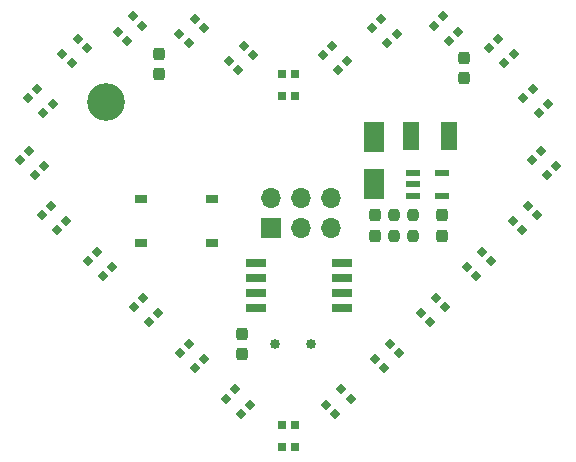
<source format=gts>
G04 #@! TF.GenerationSoftware,KiCad,Pcbnew,(6.0.7)*
G04 #@! TF.CreationDate,2023-02-05T15:19:58+01:00*
G04 #@! TF.ProjectId,heart,68656172-742e-46b6-9963-61645f706362,v1.0.0*
G04 #@! TF.SameCoordinates,Original*
G04 #@! TF.FileFunction,Soldermask,Top*
G04 #@! TF.FilePolarity,Negative*
%FSLAX46Y46*%
G04 Gerber Fmt 4.6, Leading zero omitted, Abs format (unit mm)*
G04 Created by KiCad (PCBNEW (6.0.7)) date 2023-02-05 15:19:58*
%MOMM*%
%LPD*%
G01*
G04 APERTURE LIST*
G04 Aperture macros list*
%AMRoundRect*
0 Rectangle with rounded corners*
0 $1 Rounding radius*
0 $2 $3 $4 $5 $6 $7 $8 $9 X,Y pos of 4 corners*
0 Add a 4 corners polygon primitive as box body*
4,1,4,$2,$3,$4,$5,$6,$7,$8,$9,$2,$3,0*
0 Add four circle primitives for the rounded corners*
1,1,$1+$1,$2,$3*
1,1,$1+$1,$4,$5*
1,1,$1+$1,$6,$7*
1,1,$1+$1,$8,$9*
0 Add four rect primitives between the rounded corners*
20,1,$1+$1,$2,$3,$4,$5,0*
20,1,$1+$1,$4,$5,$6,$7,0*
20,1,$1+$1,$6,$7,$8,$9,0*
20,1,$1+$1,$8,$9,$2,$3,0*%
%AMRotRect*
0 Rectangle, with rotation*
0 The origin of the aperture is its center*
0 $1 length*
0 $2 width*
0 $3 Rotation angle, in degrees counterclockwise*
0 Add horizontal line*
21,1,$1,$2,0,0,$3*%
G04 Aperture macros list end*
%ADD10RoundRect,0.076500X-0.508500X0.178500X-0.508500X-0.178500X0.508500X-0.178500X0.508500X0.178500X0*%
%ADD11R,1.000000X0.750000*%
%ADD12R,1.800000X2.500000*%
%ADD13RoundRect,0.237500X-0.237500X0.300000X-0.237500X-0.300000X0.237500X-0.300000X0.237500X0.300000X0*%
%ADD14R,1.400000X2.400000*%
%ADD15RotRect,0.700000X0.700000X315.000000*%
%ADD16RotRect,0.700000X0.700000X135.000000*%
%ADD17RotRect,0.700000X0.700000X45.000000*%
%ADD18RotRect,0.700000X0.700000X225.000000*%
%ADD19R,1.700000X0.650000*%
%ADD20C,3.200000*%
%ADD21R,0.700000X0.700000*%
%ADD22RoundRect,0.237500X-0.237500X0.250000X-0.237500X-0.250000X0.237500X-0.250000X0.237500X0.250000X0*%
%ADD23R,1.700000X1.700000*%
%ADD24O,1.700000X1.700000*%
%ADD25C,0.850000*%
G04 APERTURE END LIST*
D10*
X137050000Y-81650000D03*
X139550000Y-83550000D03*
X137050000Y-82600000D03*
X137050000Y-83550000D03*
X139550000Y-81650000D03*
D11*
X114070000Y-83805000D03*
X120070000Y-83805000D03*
X114070000Y-87555000D03*
X120070000Y-87555000D03*
D12*
X133800000Y-82600000D03*
X133800000Y-78600000D03*
D13*
X133900000Y-85237500D03*
X133900000Y-86962500D03*
D14*
X140100000Y-78500000D03*
X136900000Y-78500000D03*
D15*
X134401348Y-68568433D03*
X133623531Y-69346250D03*
D16*
X134917536Y-70640255D03*
X135695353Y-69862438D03*
D15*
X121986570Y-99972941D03*
X121208753Y-100750758D03*
D16*
X122502758Y-102044763D03*
X123280575Y-101266946D03*
X144818148Y-72334839D03*
X145595965Y-71557022D03*
D15*
X144301960Y-70263017D03*
X143524143Y-71040834D03*
D17*
X133858512Y-97377859D03*
X134636329Y-98155676D03*
D18*
X135930334Y-96861671D03*
X135152517Y-96083854D03*
D13*
X122640000Y-95257500D03*
X122640000Y-96982500D03*
D17*
X129718753Y-101266946D03*
X130496570Y-102044763D03*
D18*
X131790575Y-100750758D03*
X131012758Y-99972941D03*
D19*
X131050000Y-93105000D03*
X131050000Y-91835000D03*
X131050000Y-90565000D03*
X131050000Y-89295000D03*
X123750000Y-89295000D03*
X123750000Y-90565000D03*
X123750000Y-91835000D03*
X123750000Y-93105000D03*
D16*
X148447141Y-81820787D03*
X149224958Y-81042970D03*
D15*
X147930953Y-79748965D03*
X147153136Y-80526782D03*
D20*
X111100000Y-75600000D03*
D17*
X145525773Y-85710598D03*
X146303590Y-86488415D03*
D18*
X147597595Y-85194410D03*
X146819778Y-84416593D03*
D15*
X118097483Y-96083854D03*
X117319666Y-96861671D03*
D16*
X118613671Y-98155676D03*
X119391488Y-97377859D03*
X140148348Y-70457591D03*
X140926165Y-69679774D03*
D15*
X139632160Y-68385769D03*
X138854343Y-69163586D03*
D13*
X141380000Y-71877500D03*
X141380000Y-73602500D03*
D15*
X130216628Y-70878523D03*
X129438811Y-71656340D03*
D16*
X130732816Y-72950345D03*
X131510633Y-72172528D03*
D13*
X115570000Y-71527500D03*
X115570000Y-73252500D03*
D18*
X123561479Y-71655105D03*
X122783662Y-70877288D03*
D17*
X121489657Y-72171293D03*
X122267474Y-72949110D03*
X137747599Y-93488772D03*
X138525416Y-94266589D03*
D18*
X139819421Y-92972584D03*
X139041604Y-92194767D03*
D17*
X141636686Y-89599685D03*
X142414503Y-90377502D03*
D18*
X143708508Y-89083497D03*
X142930691Y-88305680D03*
D16*
X147721434Y-76590897D03*
X148499251Y-75813080D03*
D15*
X147205246Y-74519075D03*
X146427429Y-75296892D03*
D13*
X139500000Y-85237500D03*
X139500000Y-86962500D03*
D18*
X119376425Y-69346362D03*
X118598608Y-68568545D03*
D17*
X117304603Y-69862550D03*
X118082420Y-70640367D03*
D15*
X110319309Y-88305680D03*
X109541492Y-89083497D03*
D16*
X110835497Y-90377502D03*
X111613314Y-89599685D03*
D15*
X104549111Y-79748284D03*
X103771294Y-80526101D03*
D16*
X105065299Y-81820106D03*
X105843116Y-81042289D03*
D21*
X125950000Y-104828522D03*
X127050000Y-104828522D03*
X127050000Y-102998522D03*
X125950000Y-102998522D03*
D22*
X137100000Y-85187500D03*
X137100000Y-87012500D03*
X135500000Y-85187500D03*
X135500000Y-87012500D03*
D23*
X125100000Y-86300000D03*
D24*
X125100000Y-83760000D03*
X127640000Y-86300000D03*
X127640000Y-83760000D03*
X130180000Y-86300000D03*
X130180000Y-83760000D03*
D15*
X106430222Y-84416593D03*
X105652405Y-85194410D03*
D16*
X106946410Y-86488415D03*
X107724227Y-85710598D03*
D18*
X114145452Y-69160583D03*
X113367635Y-68382766D03*
D17*
X112073630Y-69676771D03*
X112851447Y-70454588D03*
D15*
X105278468Y-74519213D03*
X104500651Y-75297030D03*
D16*
X105794656Y-76591035D03*
X106572473Y-75813218D03*
D15*
X114208396Y-92194767D03*
X113430579Y-92972584D03*
D16*
X114724584Y-94266589D03*
X115502401Y-93488772D03*
D21*
X127050000Y-73285000D03*
X125950000Y-73285000D03*
X125950000Y-75115000D03*
X127050000Y-75115000D03*
D18*
X109477143Y-71041694D03*
X108699326Y-70263877D03*
D17*
X107405321Y-71557882D03*
X108183138Y-72335699D03*
D25*
X125430000Y-96100000D03*
X128430000Y-96100000D03*
M02*

</source>
